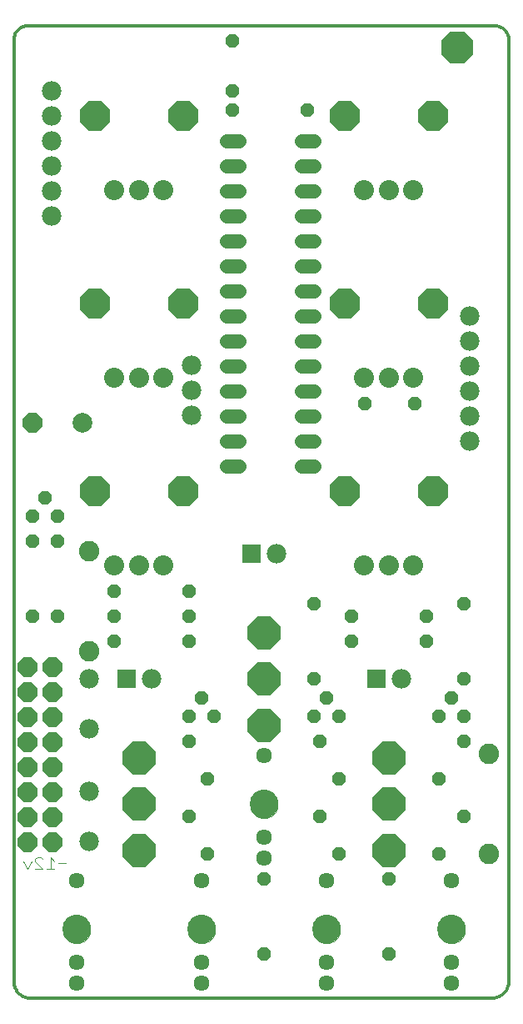
<source format=gbs>
G75*
%MOIN*%
%OFA0B0*%
%FSLAX24Y24*%
%IPPOS*%
%LPD*%
%AMOC8*
5,1,8,0,0,1.08239X$1,22.5*
%
%ADD10C,0.0120*%
%ADD11C,0.0040*%
%ADD12C,0.0560*%
%ADD13C,0.0780*%
%ADD14OC8,0.0560*%
%ADD15C,0.0820*%
%ADD16R,0.0780X0.0780*%
%ADD17C,0.0634*%
%ADD18C,0.0000*%
%ADD19C,0.1142*%
%ADD20C,0.0800*%
%ADD21OC8,0.1221*%
%ADD22OC8,0.0780*%
%ADD23OC8,0.1306*%
%ADD24C,0.0790*%
%ADD25OC8,0.0790*%
%ADD26OC8,0.1280*%
D10*
X001558Y001680D02*
X001558Y039255D01*
X001561Y039301D01*
X001568Y039347D01*
X001579Y039392D01*
X001593Y039436D01*
X001611Y039479D01*
X001633Y039520D01*
X001658Y039559D01*
X001685Y039596D01*
X001716Y039630D01*
X001750Y039662D01*
X001786Y039691D01*
X001824Y039717D01*
X001865Y039739D01*
X001907Y039759D01*
X001950Y039774D01*
X001995Y039786D01*
X002041Y039795D01*
X002087Y039799D01*
X002133Y039800D01*
X020758Y039800D01*
X020759Y039800D02*
X020806Y039801D01*
X020853Y039797D01*
X020900Y039790D01*
X020946Y039778D01*
X020991Y039763D01*
X021034Y039744D01*
X021076Y039722D01*
X021116Y039697D01*
X021153Y039668D01*
X021188Y039636D01*
X021221Y039601D01*
X021250Y039564D01*
X021276Y039525D01*
X021299Y039483D01*
X021318Y039440D01*
X021334Y039395D01*
X021346Y039349D01*
X021354Y039303D01*
X021358Y039255D01*
X021358Y001680D01*
X021362Y001629D01*
X021361Y001579D01*
X021358Y001528D01*
X021350Y001478D01*
X021339Y001428D01*
X021324Y001380D01*
X021305Y001333D01*
X021283Y001287D01*
X021257Y001243D01*
X021229Y001201D01*
X021197Y001161D01*
X021162Y001124D01*
X021125Y001090D01*
X021085Y001058D01*
X021043Y001030D01*
X020999Y001004D01*
X020954Y000982D01*
X020906Y000964D01*
X020858Y000949D01*
X020808Y000938D01*
X020758Y000930D01*
X002133Y000930D01*
X002134Y000931D02*
X002084Y000939D01*
X002036Y000951D01*
X001988Y000967D01*
X001942Y000986D01*
X001898Y001008D01*
X001855Y001034D01*
X001814Y001063D01*
X001776Y001095D01*
X001740Y001130D01*
X001706Y001167D01*
X001676Y001207D01*
X001649Y001248D01*
X001625Y001292D01*
X001604Y001338D01*
X001586Y001384D01*
X001573Y001432D01*
X001562Y001481D01*
X001556Y001531D01*
X001553Y001581D01*
X001554Y001631D01*
X001559Y001680D01*
D11*
X002095Y006100D02*
X001942Y006407D01*
X002249Y006407D02*
X002095Y006100D01*
X002402Y006100D02*
X002709Y006100D01*
X002402Y006407D01*
X002402Y006484D01*
X002479Y006560D01*
X002632Y006560D01*
X002709Y006484D01*
X003016Y006560D02*
X003016Y006100D01*
X003169Y006100D02*
X002862Y006100D01*
X003169Y006407D02*
X003016Y006560D01*
X003323Y006330D02*
X003630Y006330D01*
D12*
X010048Y022180D02*
X010568Y022180D01*
X010568Y023180D02*
X010048Y023180D01*
X010048Y024180D02*
X010568Y024180D01*
X010568Y025180D02*
X010048Y025180D01*
X010048Y026180D02*
X010568Y026180D01*
X010568Y027180D02*
X010048Y027180D01*
X010048Y028180D02*
X010568Y028180D01*
X010568Y029180D02*
X010048Y029180D01*
X010048Y030180D02*
X010568Y030180D01*
X010568Y031180D02*
X010048Y031180D01*
X010048Y032180D02*
X010568Y032180D01*
X010568Y033180D02*
X010048Y033180D01*
X010048Y034180D02*
X010568Y034180D01*
X010568Y035180D02*
X010048Y035180D01*
X013048Y035180D02*
X013568Y035180D01*
X013568Y034180D02*
X013048Y034180D01*
X013048Y033180D02*
X013568Y033180D01*
X013568Y032180D02*
X013048Y032180D01*
X013048Y031180D02*
X013568Y031180D01*
X013568Y030180D02*
X013048Y030180D01*
X013048Y029180D02*
X013568Y029180D01*
X013568Y028180D02*
X013048Y028180D01*
X013048Y027180D02*
X013568Y027180D01*
X013568Y026180D02*
X013048Y026180D01*
X013048Y025180D02*
X013568Y025180D01*
X013568Y024180D02*
X013048Y024180D01*
X013048Y023180D02*
X013568Y023180D01*
X013568Y022180D02*
X013048Y022180D01*
D13*
X012058Y018680D03*
X007058Y013680D03*
X004558Y013680D03*
X004558Y011680D03*
X004558Y009180D03*
X004558Y007180D03*
X017058Y013680D03*
X019808Y023180D03*
X019808Y024180D03*
X019808Y025180D03*
X019808Y026180D03*
X019808Y027180D03*
X019808Y028180D03*
X008658Y026230D03*
X008658Y025230D03*
X008658Y024230D03*
X003058Y032180D03*
X003058Y033180D03*
X003058Y034180D03*
X003058Y035180D03*
X003058Y036180D03*
X003058Y037180D03*
D14*
X010308Y037180D03*
X010308Y036430D03*
X010308Y039180D03*
X013308Y036430D03*
X015583Y024680D03*
X017583Y024680D03*
X019558Y016680D03*
X018058Y016180D03*
X018058Y015180D03*
X019558Y013680D03*
X019058Y012930D03*
X018558Y012180D03*
X019558Y012180D03*
X019558Y011180D03*
X018558Y009680D03*
X019558Y008180D03*
X018558Y006680D03*
X016558Y005680D03*
X014558Y006680D03*
X013808Y008180D03*
X014558Y009680D03*
X013808Y011180D03*
X013558Y012180D03*
X014058Y012930D03*
X013558Y013680D03*
X014558Y012180D03*
X015058Y015180D03*
X015058Y016180D03*
X013558Y016680D03*
X009058Y012930D03*
X008558Y012180D03*
X008558Y011180D03*
X009558Y012180D03*
X009308Y009680D03*
X008558Y008180D03*
X009308Y006680D03*
X011558Y005680D03*
X011558Y002680D03*
X016558Y002680D03*
X008558Y015180D03*
X008558Y016180D03*
X008558Y017180D03*
X005558Y017180D03*
X005558Y016180D03*
X005558Y015180D03*
X003308Y016180D03*
X002308Y016180D03*
X002308Y019180D03*
X002308Y020180D03*
X002808Y020930D03*
X003308Y020180D03*
X003308Y019180D03*
D15*
X004558Y018805D03*
X004558Y014805D03*
X020558Y010680D03*
X020558Y006680D03*
D16*
X016058Y013680D03*
X011058Y018680D03*
X006058Y013680D03*
D17*
X011558Y010617D03*
X011558Y007349D03*
X011558Y006515D03*
X009058Y005617D03*
X009058Y002349D03*
X009058Y001515D03*
X014058Y001515D03*
X014058Y002349D03*
X014058Y005617D03*
X019058Y005617D03*
X019058Y002349D03*
X019058Y001515D03*
X004058Y001515D03*
X004058Y002349D03*
X004058Y005617D03*
D18*
X003507Y003680D02*
X003509Y003727D01*
X003515Y003773D01*
X003525Y003819D01*
X003538Y003864D01*
X003556Y003907D01*
X003577Y003949D01*
X003601Y003989D01*
X003629Y004026D01*
X003660Y004061D01*
X003694Y004094D01*
X003730Y004123D01*
X003769Y004149D01*
X003810Y004172D01*
X003853Y004191D01*
X003897Y004207D01*
X003942Y004219D01*
X003988Y004227D01*
X004035Y004231D01*
X004081Y004231D01*
X004128Y004227D01*
X004174Y004219D01*
X004219Y004207D01*
X004263Y004191D01*
X004306Y004172D01*
X004347Y004149D01*
X004386Y004123D01*
X004422Y004094D01*
X004456Y004061D01*
X004487Y004026D01*
X004515Y003989D01*
X004539Y003949D01*
X004560Y003907D01*
X004578Y003864D01*
X004591Y003819D01*
X004601Y003773D01*
X004607Y003727D01*
X004609Y003680D01*
X004607Y003633D01*
X004601Y003587D01*
X004591Y003541D01*
X004578Y003496D01*
X004560Y003453D01*
X004539Y003411D01*
X004515Y003371D01*
X004487Y003334D01*
X004456Y003299D01*
X004422Y003266D01*
X004386Y003237D01*
X004347Y003211D01*
X004306Y003188D01*
X004263Y003169D01*
X004219Y003153D01*
X004174Y003141D01*
X004128Y003133D01*
X004081Y003129D01*
X004035Y003129D01*
X003988Y003133D01*
X003942Y003141D01*
X003897Y003153D01*
X003853Y003169D01*
X003810Y003188D01*
X003769Y003211D01*
X003730Y003237D01*
X003694Y003266D01*
X003660Y003299D01*
X003629Y003334D01*
X003601Y003371D01*
X003577Y003411D01*
X003556Y003453D01*
X003538Y003496D01*
X003525Y003541D01*
X003515Y003587D01*
X003509Y003633D01*
X003507Y003680D01*
X008507Y003680D02*
X008509Y003727D01*
X008515Y003773D01*
X008525Y003819D01*
X008538Y003864D01*
X008556Y003907D01*
X008577Y003949D01*
X008601Y003989D01*
X008629Y004026D01*
X008660Y004061D01*
X008694Y004094D01*
X008730Y004123D01*
X008769Y004149D01*
X008810Y004172D01*
X008853Y004191D01*
X008897Y004207D01*
X008942Y004219D01*
X008988Y004227D01*
X009035Y004231D01*
X009081Y004231D01*
X009128Y004227D01*
X009174Y004219D01*
X009219Y004207D01*
X009263Y004191D01*
X009306Y004172D01*
X009347Y004149D01*
X009386Y004123D01*
X009422Y004094D01*
X009456Y004061D01*
X009487Y004026D01*
X009515Y003989D01*
X009539Y003949D01*
X009560Y003907D01*
X009578Y003864D01*
X009591Y003819D01*
X009601Y003773D01*
X009607Y003727D01*
X009609Y003680D01*
X009607Y003633D01*
X009601Y003587D01*
X009591Y003541D01*
X009578Y003496D01*
X009560Y003453D01*
X009539Y003411D01*
X009515Y003371D01*
X009487Y003334D01*
X009456Y003299D01*
X009422Y003266D01*
X009386Y003237D01*
X009347Y003211D01*
X009306Y003188D01*
X009263Y003169D01*
X009219Y003153D01*
X009174Y003141D01*
X009128Y003133D01*
X009081Y003129D01*
X009035Y003129D01*
X008988Y003133D01*
X008942Y003141D01*
X008897Y003153D01*
X008853Y003169D01*
X008810Y003188D01*
X008769Y003211D01*
X008730Y003237D01*
X008694Y003266D01*
X008660Y003299D01*
X008629Y003334D01*
X008601Y003371D01*
X008577Y003411D01*
X008556Y003453D01*
X008538Y003496D01*
X008525Y003541D01*
X008515Y003587D01*
X008509Y003633D01*
X008507Y003680D01*
X011007Y008680D02*
X011009Y008727D01*
X011015Y008773D01*
X011025Y008819D01*
X011038Y008864D01*
X011056Y008907D01*
X011077Y008949D01*
X011101Y008989D01*
X011129Y009026D01*
X011160Y009061D01*
X011194Y009094D01*
X011230Y009123D01*
X011269Y009149D01*
X011310Y009172D01*
X011353Y009191D01*
X011397Y009207D01*
X011442Y009219D01*
X011488Y009227D01*
X011535Y009231D01*
X011581Y009231D01*
X011628Y009227D01*
X011674Y009219D01*
X011719Y009207D01*
X011763Y009191D01*
X011806Y009172D01*
X011847Y009149D01*
X011886Y009123D01*
X011922Y009094D01*
X011956Y009061D01*
X011987Y009026D01*
X012015Y008989D01*
X012039Y008949D01*
X012060Y008907D01*
X012078Y008864D01*
X012091Y008819D01*
X012101Y008773D01*
X012107Y008727D01*
X012109Y008680D01*
X012107Y008633D01*
X012101Y008587D01*
X012091Y008541D01*
X012078Y008496D01*
X012060Y008453D01*
X012039Y008411D01*
X012015Y008371D01*
X011987Y008334D01*
X011956Y008299D01*
X011922Y008266D01*
X011886Y008237D01*
X011847Y008211D01*
X011806Y008188D01*
X011763Y008169D01*
X011719Y008153D01*
X011674Y008141D01*
X011628Y008133D01*
X011581Y008129D01*
X011535Y008129D01*
X011488Y008133D01*
X011442Y008141D01*
X011397Y008153D01*
X011353Y008169D01*
X011310Y008188D01*
X011269Y008211D01*
X011230Y008237D01*
X011194Y008266D01*
X011160Y008299D01*
X011129Y008334D01*
X011101Y008371D01*
X011077Y008411D01*
X011056Y008453D01*
X011038Y008496D01*
X011025Y008541D01*
X011015Y008587D01*
X011009Y008633D01*
X011007Y008680D01*
X013507Y003680D02*
X013509Y003727D01*
X013515Y003773D01*
X013525Y003819D01*
X013538Y003864D01*
X013556Y003907D01*
X013577Y003949D01*
X013601Y003989D01*
X013629Y004026D01*
X013660Y004061D01*
X013694Y004094D01*
X013730Y004123D01*
X013769Y004149D01*
X013810Y004172D01*
X013853Y004191D01*
X013897Y004207D01*
X013942Y004219D01*
X013988Y004227D01*
X014035Y004231D01*
X014081Y004231D01*
X014128Y004227D01*
X014174Y004219D01*
X014219Y004207D01*
X014263Y004191D01*
X014306Y004172D01*
X014347Y004149D01*
X014386Y004123D01*
X014422Y004094D01*
X014456Y004061D01*
X014487Y004026D01*
X014515Y003989D01*
X014539Y003949D01*
X014560Y003907D01*
X014578Y003864D01*
X014591Y003819D01*
X014601Y003773D01*
X014607Y003727D01*
X014609Y003680D01*
X014607Y003633D01*
X014601Y003587D01*
X014591Y003541D01*
X014578Y003496D01*
X014560Y003453D01*
X014539Y003411D01*
X014515Y003371D01*
X014487Y003334D01*
X014456Y003299D01*
X014422Y003266D01*
X014386Y003237D01*
X014347Y003211D01*
X014306Y003188D01*
X014263Y003169D01*
X014219Y003153D01*
X014174Y003141D01*
X014128Y003133D01*
X014081Y003129D01*
X014035Y003129D01*
X013988Y003133D01*
X013942Y003141D01*
X013897Y003153D01*
X013853Y003169D01*
X013810Y003188D01*
X013769Y003211D01*
X013730Y003237D01*
X013694Y003266D01*
X013660Y003299D01*
X013629Y003334D01*
X013601Y003371D01*
X013577Y003411D01*
X013556Y003453D01*
X013538Y003496D01*
X013525Y003541D01*
X013515Y003587D01*
X013509Y003633D01*
X013507Y003680D01*
X018507Y003680D02*
X018509Y003727D01*
X018515Y003773D01*
X018525Y003819D01*
X018538Y003864D01*
X018556Y003907D01*
X018577Y003949D01*
X018601Y003989D01*
X018629Y004026D01*
X018660Y004061D01*
X018694Y004094D01*
X018730Y004123D01*
X018769Y004149D01*
X018810Y004172D01*
X018853Y004191D01*
X018897Y004207D01*
X018942Y004219D01*
X018988Y004227D01*
X019035Y004231D01*
X019081Y004231D01*
X019128Y004227D01*
X019174Y004219D01*
X019219Y004207D01*
X019263Y004191D01*
X019306Y004172D01*
X019347Y004149D01*
X019386Y004123D01*
X019422Y004094D01*
X019456Y004061D01*
X019487Y004026D01*
X019515Y003989D01*
X019539Y003949D01*
X019560Y003907D01*
X019578Y003864D01*
X019591Y003819D01*
X019601Y003773D01*
X019607Y003727D01*
X019609Y003680D01*
X019607Y003633D01*
X019601Y003587D01*
X019591Y003541D01*
X019578Y003496D01*
X019560Y003453D01*
X019539Y003411D01*
X019515Y003371D01*
X019487Y003334D01*
X019456Y003299D01*
X019422Y003266D01*
X019386Y003237D01*
X019347Y003211D01*
X019306Y003188D01*
X019263Y003169D01*
X019219Y003153D01*
X019174Y003141D01*
X019128Y003133D01*
X019081Y003129D01*
X019035Y003129D01*
X018988Y003133D01*
X018942Y003141D01*
X018897Y003153D01*
X018853Y003169D01*
X018810Y003188D01*
X018769Y003211D01*
X018730Y003237D01*
X018694Y003266D01*
X018660Y003299D01*
X018629Y003334D01*
X018601Y003371D01*
X018577Y003411D01*
X018556Y003453D01*
X018538Y003496D01*
X018525Y003541D01*
X018515Y003587D01*
X018509Y003633D01*
X018507Y003680D01*
D19*
X019058Y003680D03*
X014058Y003680D03*
X009058Y003680D03*
X011558Y008680D03*
X004058Y003680D03*
D20*
X005574Y018227D03*
X006558Y018227D03*
X007542Y018227D03*
X007542Y025727D03*
X006558Y025727D03*
X005574Y025727D03*
X005574Y033227D03*
X006558Y033227D03*
X007542Y033227D03*
X015574Y033227D03*
X016558Y033227D03*
X017542Y033227D03*
X017542Y025727D03*
X016558Y025727D03*
X015574Y025727D03*
X015574Y018227D03*
X016558Y018227D03*
X017542Y018227D03*
D21*
X018330Y021180D03*
X014787Y021180D03*
X008330Y021180D03*
X004787Y021180D03*
X004787Y028680D03*
X008330Y028680D03*
X014787Y028680D03*
X018330Y028680D03*
X018330Y036180D03*
X014787Y036180D03*
X008330Y036180D03*
X004787Y036180D03*
D22*
X003108Y014155D03*
X002108Y014155D03*
X002108Y013155D03*
X003108Y013155D03*
X003108Y012155D03*
X002108Y012155D03*
X002108Y011155D03*
X003108Y011155D03*
X003108Y010155D03*
X002108Y010155D03*
X002108Y009155D03*
X003108Y009155D03*
X003108Y008155D03*
X002108Y008155D03*
X002108Y007155D03*
X003108Y007155D03*
D23*
X006558Y006830D03*
X006558Y008680D03*
X006558Y010530D03*
X011558Y011830D03*
X011558Y013680D03*
X011558Y015530D03*
X016558Y010530D03*
X016558Y008680D03*
X016558Y006830D03*
D24*
X004308Y023930D03*
D25*
X002308Y023930D03*
D26*
X019308Y038930D03*
M02*

</source>
